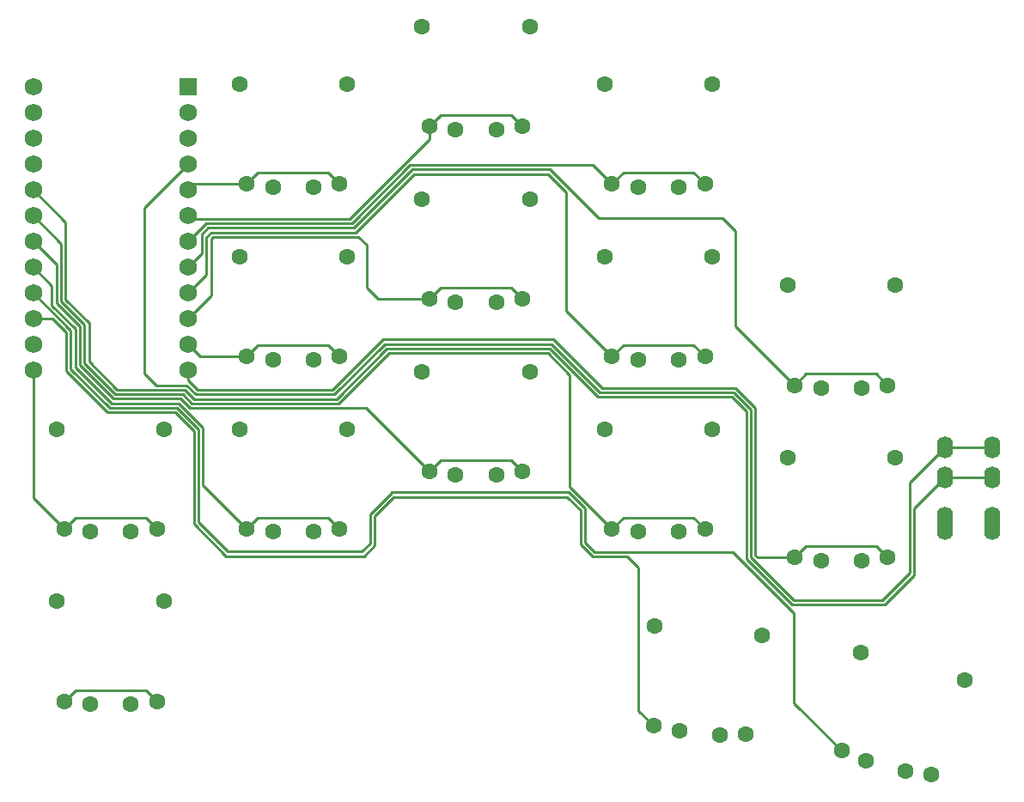
<source format=gbr>
%TF.GenerationSoftware,KiCad,Pcbnew,(5.1.9)-1*%
%TF.CreationDate,2021-06-29T13:32:03+02:00*%
%TF.ProjectId,todarodes_sagittatus,746f6461-726f-4646-9573-5f7361676974,VERSION_HERE*%
%TF.SameCoordinates,Original*%
%TF.FileFunction,Copper,L2,Bot*%
%TF.FilePolarity,Positive*%
%FSLAX46Y46*%
G04 Gerber Fmt 4.6, Leading zero omitted, Abs format (unit mm)*
G04 Created by KiCad (PCBNEW (5.1.9)-1) date 2021-06-29 13:32:03*
%MOMM*%
%LPD*%
G01*
G04 APERTURE LIST*
%TA.AperFunction,ComponentPad*%
%ADD10C,1.600000*%
%TD*%
%TA.AperFunction,ComponentPad*%
%ADD11R,1.752600X1.752600*%
%TD*%
%TA.AperFunction,ComponentPad*%
%ADD12C,1.752600*%
%TD*%
%TA.AperFunction,ComponentPad*%
%ADD13O,1.600000X2.200000*%
%TD*%
%TA.AperFunction,Conductor*%
%ADD14C,0.250000*%
%TD*%
G04 APERTURE END LIST*
D10*
%TO.P,S1,3*%
%TO.N,N/C*%
X23300000Y4750000D03*
%TO.P,S1,4*%
X12700000Y4750000D03*
%TO.P,S1,1*%
%TO.N,P8*%
X13420000Y-5100000D03*
%TO.P,S1,2*%
%TO.N,GND*%
X20000000Y-5400000D03*
%TO.P,S1,1*%
%TO.N,P8*%
X22580000Y-5100000D03*
%TO.P,S1,2*%
%TO.N,GND*%
X16000000Y-5400000D03*
%TD*%
%TO.P,S2,3*%
%TO.N,N/C*%
X23300000Y21750000D03*
%TO.P,S2,4*%
X12700000Y21750000D03*
%TO.P,S2,1*%
%TO.N,P9*%
X13420000Y11900000D03*
%TO.P,S2,2*%
%TO.N,GND*%
X20000000Y11600000D03*
%TO.P,S2,1*%
%TO.N,P9*%
X22580000Y11900000D03*
%TO.P,S2,2*%
%TO.N,GND*%
X16000000Y11600000D03*
%TD*%
%TO.P,S3,3*%
%TO.N,N/C*%
X41300000Y21750000D03*
%TO.P,S3,4*%
X30700000Y21750000D03*
%TO.P,S3,1*%
%TO.N,P5*%
X31420000Y11900000D03*
%TO.P,S3,2*%
%TO.N,GND*%
X38000000Y11600000D03*
%TO.P,S3,1*%
%TO.N,P5*%
X40580000Y11900000D03*
%TO.P,S3,2*%
%TO.N,GND*%
X34000000Y11600000D03*
%TD*%
%TO.P,S4,3*%
%TO.N,N/C*%
X41300000Y38750000D03*
%TO.P,S4,4*%
X30700000Y38750000D03*
%TO.P,S4,1*%
%TO.N,P16*%
X31420000Y28900000D03*
%TO.P,S4,2*%
%TO.N,GND*%
X38000000Y28600000D03*
%TO.P,S4,1*%
%TO.N,P16*%
X40580000Y28900000D03*
%TO.P,S4,2*%
%TO.N,GND*%
X34000000Y28600000D03*
%TD*%
%TO.P,S5,3*%
%TO.N,N/C*%
X41300000Y55750000D03*
%TO.P,S5,4*%
X30700000Y55750000D03*
%TO.P,S5,1*%
%TO.N,P21*%
X31420000Y45900000D03*
%TO.P,S5,2*%
%TO.N,GND*%
X38000000Y45600000D03*
%TO.P,S5,1*%
%TO.N,P21*%
X40580000Y45900000D03*
%TO.P,S5,2*%
%TO.N,GND*%
X34000000Y45600000D03*
%TD*%
%TO.P,S6,3*%
%TO.N,N/C*%
X59300000Y27416667D03*
%TO.P,S6,4*%
X48700000Y27416667D03*
%TO.P,S6,1*%
%TO.N,P4*%
X49420000Y17566667D03*
%TO.P,S6,2*%
%TO.N,GND*%
X56000000Y17266667D03*
%TO.P,S6,1*%
%TO.N,P4*%
X58580000Y17566667D03*
%TO.P,S6,2*%
%TO.N,GND*%
X52000000Y17266667D03*
%TD*%
%TO.P,S7,3*%
%TO.N,N/C*%
X59300000Y44416667D03*
%TO.P,S7,4*%
X48700000Y44416667D03*
%TO.P,S7,1*%
%TO.N,P14*%
X49420000Y34566667D03*
%TO.P,S7,2*%
%TO.N,GND*%
X56000000Y34266667D03*
%TO.P,S7,1*%
%TO.N,P14*%
X58580000Y34566667D03*
%TO.P,S7,2*%
%TO.N,GND*%
X52000000Y34266667D03*
%TD*%
%TO.P,S8,3*%
%TO.N,N/C*%
X59300000Y61416667D03*
%TO.P,S8,4*%
X48700000Y61416667D03*
%TO.P,S8,1*%
%TO.N,P20*%
X49420000Y51566667D03*
%TO.P,S8,2*%
%TO.N,GND*%
X56000000Y51266667D03*
%TO.P,S8,1*%
%TO.N,P20*%
X58580000Y51566667D03*
%TO.P,S8,2*%
%TO.N,GND*%
X52000000Y51266667D03*
%TD*%
%TO.P,S9,3*%
%TO.N,N/C*%
X77300000Y21750000D03*
%TO.P,S9,4*%
X66700000Y21750000D03*
%TO.P,S9,1*%
%TO.N,P3*%
X67420000Y11900000D03*
%TO.P,S9,2*%
%TO.N,GND*%
X74000000Y11600000D03*
%TO.P,S9,1*%
%TO.N,P3*%
X76580000Y11900000D03*
%TO.P,S9,2*%
%TO.N,GND*%
X70000000Y11600000D03*
%TD*%
%TO.P,S10,3*%
%TO.N,N/C*%
X77300000Y38750000D03*
%TO.P,S10,4*%
X66700000Y38750000D03*
%TO.P,S10,1*%
%TO.N,P15*%
X67420000Y28900000D03*
%TO.P,S10,2*%
%TO.N,GND*%
X74000000Y28600000D03*
%TO.P,S10,1*%
%TO.N,P15*%
X76580000Y28900000D03*
%TO.P,S10,2*%
%TO.N,GND*%
X70000000Y28600000D03*
%TD*%
%TO.P,S11,3*%
%TO.N,N/C*%
X77300000Y55750000D03*
%TO.P,S11,4*%
X66700000Y55750000D03*
%TO.P,S11,1*%
%TO.N,P19*%
X67420000Y45900000D03*
%TO.P,S11,2*%
%TO.N,GND*%
X74000000Y45600000D03*
%TO.P,S11,1*%
%TO.N,P19*%
X76580000Y45900000D03*
%TO.P,S11,2*%
%TO.N,GND*%
X70000000Y45600000D03*
%TD*%
%TO.P,S12,3*%
%TO.N,N/C*%
X95300000Y18916667D03*
%TO.P,S12,4*%
X84700000Y18916667D03*
%TO.P,S12,1*%
%TO.N,P10*%
X85420000Y9066667D03*
%TO.P,S12,2*%
%TO.N,GND*%
X92000000Y8766667D03*
%TO.P,S12,1*%
%TO.N,P10*%
X94580000Y9066667D03*
%TO.P,S12,2*%
%TO.N,GND*%
X88000000Y8766667D03*
%TD*%
%TO.P,S13,3*%
%TO.N,N/C*%
X95300000Y35916667D03*
%TO.P,S13,4*%
X84700000Y35916667D03*
%TO.P,S13,1*%
%TO.N,P18*%
X85420000Y26066667D03*
%TO.P,S13,2*%
%TO.N,GND*%
X92000000Y25766667D03*
%TO.P,S13,1*%
%TO.N,P18*%
X94580000Y26066667D03*
%TO.P,S13,2*%
%TO.N,GND*%
X88000000Y25766667D03*
%TD*%
%TO.P,S14,3*%
%TO.N,N/C*%
X82193822Y1436666D03*
%TO.P,S14,4*%
X71634158Y2360517D03*
%TO.P,S14,1*%
%TO.N,P7*%
X71492934Y-7514753D03*
%TO.P,S14,2*%
%TO.N,GND*%
X78021748Y-8387096D03*
%TO.P,S14,1*%
%TO.N,P7*%
X80618077Y-8313099D03*
%TO.P,S14,2*%
%TO.N,GND*%
X74036970Y-8038473D03*
%TD*%
%TO.P,S15,3*%
%TO.N,N/C*%
X102138683Y-3018254D03*
%TO.P,S15,4*%
X91899870Y-274772D03*
%TO.P,S15,1*%
%TO.N,P6*%
X90045969Y-9975491D03*
%TO.P,S15,2*%
%TO.N,GND*%
X96324115Y-11968299D03*
%TO.P,S15,1*%
%TO.N,P6*%
X98893849Y-12346274D03*
%TO.P,S15,2*%
%TO.N,GND*%
X92460412Y-10933022D03*
%TD*%
D11*
%TO.P,C1,1*%
%TO.N,RAW*%
X25620000Y55470000D03*
D12*
%TO.P,C1,2*%
%TO.N,GND*%
X25620000Y52930000D03*
%TO.P,C1,3*%
%TO.N,RST*%
X25620000Y50390000D03*
%TO.P,C1,4*%
%TO.N,VCC*%
X25620000Y47850000D03*
%TO.P,C1,5*%
%TO.N,P21*%
X25620000Y45310000D03*
%TO.P,C1,6*%
%TO.N,P20*%
X25620000Y42770000D03*
%TO.P,C1,7*%
%TO.N,P19*%
X25620000Y40230000D03*
%TO.P,C1,8*%
%TO.N,P18*%
X25620000Y37690000D03*
%TO.P,C1,9*%
%TO.N,P15*%
X25620000Y35150000D03*
%TO.P,C1,10*%
%TO.N,P14*%
X25620000Y32610000D03*
%TO.P,C1,11*%
%TO.N,P16*%
X25620000Y30070000D03*
%TO.P,C1,12*%
%TO.N,P10*%
X25620000Y27530000D03*
%TO.P,C1,13*%
%TO.N,P1*%
X10380000Y55470000D03*
%TO.P,C1,14*%
%TO.N,P0*%
X10380000Y52930000D03*
%TO.P,C1,15*%
%TO.N,GND*%
X10380000Y50390000D03*
%TO.P,C1,16*%
X10380000Y47850000D03*
%TO.P,C1,17*%
%TO.N,P2*%
X10380000Y45310000D03*
%TO.P,C1,18*%
%TO.N,P3*%
X10380000Y42770000D03*
%TO.P,C1,19*%
%TO.N,P4*%
X10380000Y40230000D03*
%TO.P,C1,20*%
%TO.N,P5*%
X10380000Y37690000D03*
%TO.P,C1,21*%
%TO.N,P6*%
X10380000Y35150000D03*
%TO.P,C1,22*%
%TO.N,P7*%
X10380000Y32610000D03*
%TO.P,C1,23*%
%TO.N,P8*%
X10380000Y30070000D03*
%TO.P,C1,24*%
%TO.N,P9*%
X10380000Y27530000D03*
%TD*%
D13*
%TO.P,REF\u002A\u002A,1*%
%TO.N,GND*%
X104850000Y11866667D03*
%TO.P,REF\u002A\u002A,2*%
X100250000Y12966667D03*
%TO.P,REF\u002A\u002A,3*%
%TO.N,P2*%
X100250000Y16966667D03*
%TO.P,REF\u002A\u002A,4*%
%TO.N,VCC*%
X100250000Y19966667D03*
%TO.P,REF\u002A\u002A,1*%
%TO.N,GND*%
X100250000Y11866667D03*
%TO.P,REF\u002A\u002A,2*%
X104850000Y12966667D03*
%TO.P,REF\u002A\u002A,3*%
%TO.N,P2*%
X104850000Y16966667D03*
%TO.P,REF\u002A\u002A,4*%
%TO.N,VCC*%
X104850000Y19966667D03*
%TD*%
D14*
%TO.N,P8*%
X21465010Y-3985010D02*
X22580000Y-5100000D01*
X14534990Y-3985010D02*
X21465010Y-3985010D01*
X13420000Y-5100000D02*
X14534990Y-3985010D01*
%TO.N,P9*%
X21465010Y13014990D02*
X22580000Y11900000D01*
X14534990Y13014990D02*
X21465010Y13014990D01*
X13420000Y11900000D02*
X14534990Y13014990D01*
X10380000Y14940000D02*
X10380000Y27530000D01*
X13420000Y11900000D02*
X10380000Y14940000D01*
%TO.N,P5*%
X39465010Y13014990D02*
X40580000Y11900000D01*
X32534990Y13014990D02*
X39465010Y13014990D01*
X31420000Y11900000D02*
X32534990Y13014990D01*
X27860000Y15460000D02*
X31420000Y11900000D01*
X27110040Y21882780D02*
X27110040Y16209960D01*
X24722802Y24270018D02*
X27110040Y21882780D01*
X18089211Y24270019D02*
X24722802Y24270018D01*
X14520020Y31646390D02*
X14520020Y27839210D01*
X14520020Y27839210D02*
X18089211Y24270019D01*
X12220000Y33946410D02*
X14520020Y31646390D01*
X27110040Y16209960D02*
X27860000Y15460000D01*
X12220000Y35850000D02*
X12220000Y33946410D01*
X10380000Y37690000D02*
X12220000Y35850000D01*
%TO.N,P16*%
X39465010Y30014990D02*
X40580000Y28900000D01*
X32534990Y30014990D02*
X39465010Y30014990D01*
X31420000Y28900000D02*
X32534990Y30014990D01*
X26790000Y28900000D02*
X25620000Y30070000D01*
X31420000Y28900000D02*
X26790000Y28900000D01*
%TO.N,P21*%
X39465010Y47014990D02*
X40580000Y45900000D01*
X32534990Y47014990D02*
X39465010Y47014990D01*
X31420000Y45900000D02*
X32534990Y47014990D01*
X26210000Y45900000D02*
X25620000Y45310000D01*
X31420000Y45900000D02*
X26210000Y45900000D01*
%TO.N,P4*%
X57465010Y18681657D02*
X58580000Y17566667D01*
X50534990Y18681657D02*
X57465010Y18681657D01*
X49420000Y17566667D02*
X50534990Y18681657D01*
X12670010Y34132810D02*
X12670010Y37939990D01*
X14970030Y31832790D02*
X12670010Y34132810D01*
X14970030Y28025610D02*
X14970030Y31832790D01*
X18275612Y24720028D02*
X14970030Y28025610D01*
X24909203Y24720027D02*
X18275612Y24720028D01*
X25835400Y23793830D02*
X24909203Y24720027D01*
X43192837Y23793830D02*
X25835400Y23793830D01*
X12670010Y37939990D02*
X10380000Y40230000D01*
X49420000Y17566667D02*
X43192837Y23793830D01*
%TO.N,P14*%
X57465010Y35681657D02*
X58580000Y34566667D01*
X50534990Y35681657D02*
X57465010Y35681657D01*
X49420000Y34566667D02*
X50534990Y35681657D01*
X27900020Y34890020D02*
X25620000Y32610000D01*
X27900020Y40473610D02*
X27900020Y34890020D01*
X28502800Y40689980D02*
X28116390Y40689980D01*
X28502820Y40690000D02*
X28502800Y40689980D01*
X42430000Y40690000D02*
X28502820Y40690000D01*
X43220000Y39900000D02*
X42430000Y40690000D01*
X28116390Y40689980D02*
X27900020Y40473610D01*
X43220000Y35660000D02*
X43220000Y39900000D01*
X44313333Y34566667D02*
X43220000Y35660000D01*
X49420000Y34566667D02*
X44313333Y34566667D01*
%TO.N,P20*%
X57465010Y52681657D02*
X58580000Y51566667D01*
X50534990Y52681657D02*
X57465010Y52681657D01*
X49420000Y51566667D02*
X50534990Y52681657D01*
X25899962Y42490038D02*
X25620000Y42770000D01*
X41590808Y42490038D02*
X25899962Y42490038D01*
X49420000Y50319230D02*
X41590808Y42490038D01*
X49420000Y51566667D02*
X49420000Y50319230D01*
%TO.N,P3*%
X75465010Y13014990D02*
X76580000Y11900000D01*
X68534990Y13014990D02*
X75465010Y13014990D01*
X67420000Y11900000D02*
X68534990Y13014990D01*
X13120020Y40029980D02*
X10380000Y42770000D01*
X15420039Y32019191D02*
X13120020Y34319210D01*
X15420040Y28212010D02*
X15420039Y32019191D01*
X25095602Y25170036D02*
X18462014Y25170036D01*
X45420000Y29220000D02*
X40443840Y24243840D01*
X26021799Y24243839D02*
X25095602Y25170036D01*
X40443840Y24243840D02*
X26021799Y24243839D01*
X61080000Y29220000D02*
X45420000Y29220000D01*
X63246410Y27053590D02*
X61080000Y29220000D01*
X63246410Y16073590D02*
X63246410Y27053590D01*
X13120020Y34319210D02*
X13120020Y40029980D01*
X18462014Y25170036D02*
X15420040Y28212010D01*
X67420000Y11900000D02*
X63246410Y16073590D01*
%TO.N,P15*%
X75465010Y30014990D02*
X76580000Y28900000D01*
X68534990Y30014990D02*
X75465010Y30014990D01*
X67420000Y28900000D02*
X68534990Y30014990D01*
X27450010Y36980010D02*
X26990000Y36520000D01*
X27450010Y40660010D02*
X27450010Y36980010D01*
X28316419Y41140009D02*
X28316400Y41139990D01*
X28316400Y41139990D02*
X27929990Y41139990D01*
X42150010Y41140010D02*
X28316419Y41140009D01*
X47890000Y46880000D02*
X42150010Y41140010D01*
X61130000Y46880000D02*
X47890000Y46880000D01*
X26990000Y36520000D02*
X25620000Y35150000D01*
X62890000Y45120000D02*
X61130000Y46880000D01*
X62890000Y33430000D02*
X62890000Y45120000D01*
X27929990Y41139990D02*
X27450010Y40660010D01*
X67420000Y28900000D02*
X62890000Y33430000D01*
%TO.N,P19*%
X75465010Y47014990D02*
X76580000Y45900000D01*
X68534990Y47014990D02*
X75465010Y47014990D01*
X67420000Y45900000D02*
X68534990Y47014990D01*
X65539981Y47780019D02*
X47517198Y47780018D01*
X67420000Y45900000D02*
X65539981Y47780019D01*
X27430028Y42040028D02*
X25620000Y40230000D01*
X41777208Y42040028D02*
X27430028Y42040028D01*
X47517198Y47780018D02*
X41777208Y42040028D01*
%TO.N,P10*%
X93465010Y10181657D02*
X94580000Y9066667D01*
X86534990Y10181657D02*
X93465010Y10181657D01*
X85420000Y9066667D02*
X86534990Y10181657D01*
X82783333Y9066667D02*
X85420000Y9066667D01*
X25620000Y27530000D02*
X25675001Y27474999D01*
X25620000Y26520066D02*
X25654802Y26520066D01*
X25620000Y27530000D02*
X25620000Y26520066D01*
X85420000Y9066667D02*
X81772563Y9066667D01*
X81772563Y9066667D02*
X81541810Y9297420D01*
X81550007Y23856402D02*
X79616398Y25790008D01*
X81550009Y22787191D02*
X81550007Y23856402D01*
X81541810Y22778990D02*
X81550009Y22787191D01*
X81541810Y9297420D02*
X81541810Y22778990D01*
X75776402Y25790008D02*
X75776400Y25790010D01*
X79616398Y25790008D02*
X75776402Y25790008D01*
X75776402Y25790008D02*
X66419221Y25790008D01*
X66419221Y25790008D02*
X61639198Y30570028D01*
X61639198Y30570028D02*
X44860797Y30570027D01*
X44860797Y30570027D02*
X39884636Y25593866D01*
X26581002Y25593866D02*
X26217434Y25957434D01*
X39884636Y25593866D02*
X26581002Y25593866D01*
X26217434Y25957434D02*
X26581001Y25593867D01*
X25654802Y26520066D02*
X26217434Y25957434D01*
%TO.N,P18*%
X86534990Y27181657D02*
X93465010Y27181657D01*
X93465010Y27181657D02*
X94580000Y26066667D01*
X85420000Y26066667D02*
X86534990Y27181657D01*
X85420000Y26066667D02*
X79590000Y31896667D01*
X79590000Y31896667D02*
X79590000Y41240000D01*
X79590000Y41240000D02*
X78270000Y42560000D01*
X66086410Y42560000D02*
X61316400Y47330010D01*
X78270000Y42560000D02*
X66086410Y42560000D01*
X61316400Y47330010D02*
X47703599Y47330009D01*
X41963608Y41590018D02*
X29867198Y41590018D01*
X47703599Y47330009D02*
X41963608Y41590018D01*
X28130000Y41590000D02*
X27616410Y41590000D01*
X29919982Y41590018D02*
X28130018Y41590018D01*
X29520018Y41590018D02*
X29919982Y41590018D01*
X28130018Y41590018D02*
X28130000Y41590000D01*
X29919982Y41590018D02*
X33430017Y41590018D01*
X27000000Y40973590D02*
X27000000Y39070000D01*
X27616410Y41590000D02*
X27000000Y40973590D01*
X27000000Y39070000D02*
X25620000Y37690000D01*
%TO.N,P7*%
X13620000Y31273590D02*
X12283590Y32610000D01*
X17716410Y23370000D02*
X13620001Y27466409D01*
X24350000Y23370000D02*
X17716410Y23370000D01*
X26210020Y21509980D02*
X24350000Y23370000D01*
X26210020Y12359980D02*
X26210020Y21509980D01*
X71492934Y-7514753D02*
X70010000Y-6031819D01*
X70010000Y8060000D02*
X68877501Y9192499D01*
X68877501Y9192499D02*
X65487501Y9192499D01*
X65487501Y9192499D02*
X64299990Y10380010D01*
X13620001Y27466409D02*
X13620000Y31273590D01*
X64299990Y10380010D02*
X64299990Y13747190D01*
X64299990Y13747190D02*
X63004240Y15042940D01*
X63004240Y15042940D02*
X45897060Y15042940D01*
X12283590Y32610000D02*
X10380000Y32610000D01*
X44030000Y13175881D02*
X44030000Y10290000D01*
X45897060Y15042940D02*
X44030000Y13175881D01*
X44030000Y10290000D02*
X42960000Y9220000D01*
X70010000Y-6031819D02*
X70010000Y8060000D01*
X42960000Y9220000D02*
X29350000Y9220000D01*
X29350000Y9220000D02*
X26210020Y12359980D01*
%TO.N,VCC*%
X104850000Y19966667D02*
X104850000Y19666667D01*
X21330000Y27260000D02*
X21330000Y43560000D01*
X22519944Y26070056D02*
X21330000Y27260000D01*
X25468402Y26070056D02*
X22519944Y26070056D01*
X45047198Y30120018D02*
X40071038Y25143858D01*
X49379982Y30120018D02*
X45047198Y30120018D01*
X100250000Y19966667D02*
X96749990Y16466657D01*
X96749990Y16466657D02*
X96749990Y7546400D01*
X21330000Y43560000D02*
X25620000Y47850000D01*
X94083600Y4880010D02*
X85322810Y4880010D01*
X81099999Y23670001D02*
X79429999Y25339999D01*
X96749990Y7546400D02*
X94083600Y4880010D01*
X85322810Y4880010D02*
X81091800Y9111020D01*
X81091800Y9111020D02*
X81091800Y22965390D01*
X79429999Y25339999D02*
X75590000Y25340000D01*
X26394601Y25143857D02*
X25468402Y26070056D01*
X81091800Y22965390D02*
X81100000Y22973590D01*
X40071038Y25143858D02*
X26394601Y25143857D01*
X81100000Y22973590D02*
X81099999Y23670001D01*
X75590000Y25340000D02*
X66232820Y25340000D01*
X66232820Y25340000D02*
X61452799Y30120019D01*
X61452799Y30120019D02*
X49379982Y30120018D01*
X100250000Y19966667D02*
X104850000Y19966667D01*
%TO.N,P2*%
X13570029Y42119971D02*
X10380000Y45310000D01*
X13570030Y34505610D02*
X13570029Y42119971D01*
X18648414Y25620046D02*
X15870049Y28398411D01*
X40257439Y24693849D02*
X26208200Y24693848D01*
X97200000Y13916667D02*
X97200000Y7360000D01*
X15870049Y28398411D02*
X15870048Y32205592D01*
X94270000Y4430000D02*
X85136410Y4430000D01*
X15870048Y32205592D02*
X13570030Y34505610D01*
X85136410Y4430000D02*
X80641790Y8924620D01*
X45233599Y29670009D02*
X40257439Y24693849D01*
X80641790Y8924620D02*
X80641790Y23151790D01*
X80641790Y23151790D02*
X80649990Y23159990D01*
X66046419Y24889991D02*
X61266400Y29670010D01*
X25282002Y25620046D02*
X18648414Y25620046D01*
X100250000Y16966667D02*
X97200000Y13916667D01*
X97200000Y7360000D02*
X94270000Y4430000D01*
X80649990Y23159990D02*
X80649990Y23483600D01*
X80649990Y23483600D02*
X79243600Y24889990D01*
X26208200Y24693848D02*
X25282002Y25620046D01*
X61266400Y29670010D02*
X45233599Y29670009D01*
X79243600Y24889990D02*
X66046419Y24889991D01*
X100250000Y16966667D02*
X104850000Y16966667D01*
%TO.N,P6*%
X45710657Y15492949D02*
X45523854Y15306146D01*
X46072949Y15492949D02*
X45710657Y15492949D01*
X45523854Y15306146D02*
X45688855Y15471145D01*
X45710660Y15492950D02*
X46072949Y15492949D01*
X43579991Y13362282D02*
X45523854Y15306146D01*
X26660030Y12546380D02*
X29536400Y9670010D01*
X42773600Y9670010D02*
X43579990Y10476400D01*
X26660030Y21696380D02*
X26660030Y12546380D01*
X24536401Y23820009D02*
X26660030Y21696380D01*
X43579990Y10476400D02*
X43579991Y13362282D01*
X17902810Y23820010D02*
X24536401Y23820009D01*
X29536400Y9670010D02*
X42773600Y9670010D01*
X14070010Y27652810D02*
X17902810Y23820010D01*
X14070010Y31459990D02*
X14070010Y27652810D01*
X10380000Y35150000D02*
X14070010Y31459990D01*
X85340000Y-5269522D02*
X90045969Y-9975491D01*
X85340000Y3590000D02*
X85340000Y-5269522D01*
X79287491Y9642509D02*
X85340000Y3590000D01*
X65673901Y9642509D02*
X79287491Y9642509D01*
X64750000Y10566410D02*
X65673901Y9642509D01*
X63190641Y15492949D02*
X64750000Y13933590D01*
X64750000Y13933590D02*
X64750000Y10566410D01*
X46072949Y15492949D02*
X63190641Y15492949D01*
%TD*%
M02*

</source>
